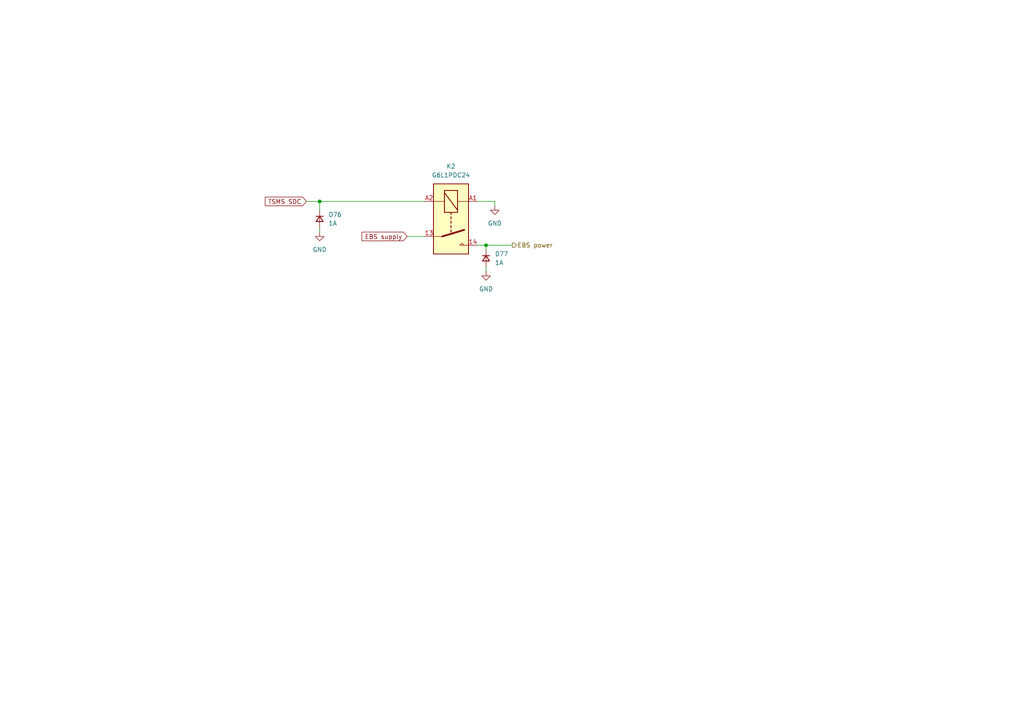
<source format=kicad_sch>
(kicad_sch (version 20231120) (generator "eeschema") (generator_version "8.0")
  (paper "A4")
  (title_block (title "PDU FT25") (date "2025-01-15") (rev "V1.2") (company "Janek Herm") (comment 1 "FaSTTUBe Electronics"))
  (lib_symbols
    (symbol "Device:D_Small" (pin_numbers hide) (pin_names (offset 0.254) hide)
      (property "Reference" "D" (at -1.27 2.032 0))
      (property "Value" "D_Small" (at -3.81 -2.032 0))
      (symbol "D_Small_0_1"
        (polyline (pts (xy -0.762 -1.016) (xy -0.762 1.016)) (stroke (width 0.254)))
        (polyline (pts (xy -0.762 0) (xy 0.762 0)))
        (polyline (pts (xy 0.762 -1.016) (xy -0.762 0) (xy 0.762 1.016) (xy 0.762 -1.016)) (stroke (width 0.254)))
      )
      (symbol "D_Small_1_1"
        (pin passive line (at -2.54 0 0) (length 1.778) (name "K") (number "1"))
        (pin passive line (at 2.54 0 180) (length 1.778) (name "A") (number "2"))
      )
    )
    (symbol "Relay:Relay_SPST-NO"
      (property "Reference" "K" (at 11.43 3.81 0))
      (property "Value" "Relay_SPST-NO" (at 11.43 1.27 0))
      (symbol "Relay_SPST-NO_0_0"
        (polyline (pts (xy 7.62 5.08) (xy 7.62 2.54) (xy 6.985 3.175) (xy 7.62 3.81)))
      )
      (symbol "Relay_SPST-NO_0_1"
        (rectangle (start -10.16 5.08) (end 10.16 -5.08) (stroke (width 0.254)) (fill (type background)))
        (rectangle (start -8.255 1.905) (end -1.905 -1.905) (stroke (width 0.254)))
        (polyline (pts (xy -7.62 -1.905) (xy -2.54 1.905)) (stroke (width 0.254)))
        (polyline (pts (xy -5.08 -5.08) (xy -5.08 -1.905)))
        (polyline (pts (xy -5.08 5.08) (xy -5.08 1.905)))
        (polyline (pts (xy -1.905 0) (xy -1.27 0)) (stroke (width 0.254)))
        (polyline (pts (xy -0.635 0) (xy 0 0)) (stroke (width 0.254)))
        (polyline (pts (xy 0.635 0) (xy 1.27 0)) (stroke (width 0.254)))
        (polyline (pts (xy 1.905 0) (xy 2.54 0)) (stroke (width 0.254)))
        (polyline (pts (xy 3.175 0) (xy 3.81 0)) (stroke (width 0.254)))
        (polyline (pts (xy 5.08 -2.54) (xy 3.175 3.81)) (stroke (width 0.508)))
        (polyline (pts (xy 5.08 -2.54) (xy 5.08 -5.08)))
      )
      (symbol "Relay_SPST-NO_1_1"
        (pin passive line (at 5.08 -7.62 90) (length 2.54) (name "~") (number "13"))
        (pin passive line (at 7.62 7.62 270) (length 2.54) (name "~") (number "14"))
        (pin passive line (at -5.08 7.62 270) (length 2.54) (name "~") (number "A1"))
        (pin passive line (at -5.08 -7.62 90) (length 2.54) (name "~") (number "A2"))
      )
    )
    (symbol "power:GND" (power) (pin_numbers hide) (pin_names (offset 0) hide)
      (property "Value" "GND" (at 0 -3.81 0))
      (symbol "GND_0_1"
        (polyline (pts (xy 0 0) (xy 0 -1.27) (xy 1.27 -1.27) (xy 0 -2.54) (xy -1.27 -1.27) (xy 0 -1.27)))
      )
      (symbol "GND_1_1"
        (pin power_in line (at 0 0 270) (length 0) (name "~") (number "1"))
      )
    )
  )
  (junction (at 92.71 58.42))
  (junction (at 140.97 71.12))
  (wire (pts (xy 92.71 66.04) (xy 92.71 67.31)))
  (wire (pts (xy 140.97 77.47) (xy 140.97 78.74)))
  (wire (pts (xy 140.97 71.12) (xy 138.43 71.12)))
  (wire (pts (xy 143.51 59.69) (xy 143.51 58.42)))
  (wire (pts (xy 92.71 58.42) (xy 92.71 60.96)))
  (wire (pts (xy 92.71 58.42) (xy 123.19 58.42)))
  (wire (pts (xy 88.9 58.42) (xy 92.71 58.42)))
  (wire (pts (xy 148.59 71.12) (xy 140.97 71.12)))
  (wire (pts (xy 140.97 72.39) (xy 140.97 71.12)))
  (wire (pts (xy 118.11 68.58) (xy 123.19 68.58)))
  (wire (pts (xy 138.43 58.42) (xy 143.51 58.42)))
  (global_label "EBS supply" (shape input) (at 118.11 68.58 180) (property "Intersheetrefs" "${INTERSHEET_REFS}" (effects (hide yes))))
  (global_label "TSMS SDC" (shape input) (at 88.9 58.42 180) (property "Intersheetrefs" "${INTERSHEET_REFS}" (effects (hide yes))))
  (hierarchical_label "EBS power" (shape output) (at 148.59 71.12 0) (effects (font (thickness 0.1588))))
  (symbol (lib_id "Device:D_Small") (at 140.97 74.93 270) (unit 1)
    (property "Reference" "D77" (at 143.51 73.6599 90) (effects (justify left)))
    (property "Value" "1A" (at 143.51 76.1999 90) (effects (justify left)))
    (property "Footprint" "Diode_SMD:D_SOD-123F" (effects (hide yes)))
    (property "Datasheet" "https://www.mouser.de/datasheet/2/389/stpst1h100-3107187.pdf" (effects (hide yes)))
    (property "Description" "Diode, small symbol" (effects (hide yes)))
    (property "Sim.Device" "D" (effects (hide yes)))
    (property "Sim.Pins" "1=K 2=A" (effects (hide yes)))
  )
  (symbol (lib_id "power:GND") (at 140.97 78.74 0) (unit 1)
    (property "Reference" "#PWR0227" (effects (hide yes)))
    (property "Value" "GND" (at 140.97 83.82 0))
    (property "Description" "Power symbol creates a global label with name \"GND\" , ground" (effects (hide yes)))
  )
  (symbol (lib_id "power:GND") (at 143.51 59.69 0) (unit 1)
    (property "Reference" "#PWR0225" (effects (hide yes)))
    (property "Value" "GND" (at 143.51 64.77 0))
    (property "Description" "Power symbol creates a global label with name \"GND\" , ground" (effects (hide yes)))
  )
  (symbol (lib_id "Relay:Relay_SPST-NO") (at 130.81 63.5 270) (unit 1)
    (property "Reference" "K2" (at 130.81 48.26 90))
    (property "Value" "G6L1PDC24" (at 130.81 50.8 90))
    (property "Footprint" "G6L-1P-DC24:G6L1PDC24" (effects (hide yes)))
    (property "Datasheet" "https://media.digikey.com/pdf/Data%20Sheets/Omron%20PDFs/G6L.pdf" (effects (hide yes)))
    (property "Description" "Relay SPST, normally open, EN50005" (effects (hide yes)))
  )
  (symbol (lib_id "Device:D_Small") (at 92.71 63.5 270) (unit 1)
    (property "Reference" "D76" (at 95.25 62.2299 90) (effects (justify left)))
    (property "Value" "1A" (at 95.25 64.7699 90) (effects (justify left)))
    (property "Footprint" "Diode_SMD:D_SOD-123F" (effects (hide yes)))
    (property "Datasheet" "https://www.mouser.de/datasheet/2/389/stpst1h100-3107187.pdf" (effects (hide yes)))
    (property "Description" "Diode, small symbol" (effects (hide yes)))
    (property "Sim.Device" "D" (effects (hide yes)))
    (property "Sim.Pins" "1=K 2=A" (effects (hide yes)))
  )
  (symbol (lib_id "power:GND") (at 92.71 67.31 0) (unit 1)
    (property "Reference" "#PWR0226" (effects (hide yes)))
    (property "Value" "GND" (at 92.71 72.39 0))
    (property "Description" "Power symbol creates a global label with name \"GND\" , ground" (effects (hide yes)))
  )
)
</source>
